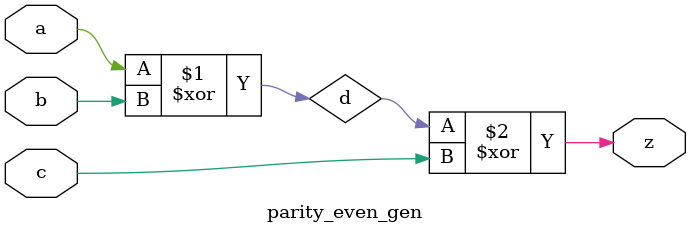
<source format=v>
module parity_even_gen(
  input a, b, c,
  output z);
  
  wire d; // Declare a wire 'd' for intermediate signal
  
  xor(d, a, b); //  XOR gate with inputs 'a' and 'b', output connected to 'd'
  xor(z, d, c); //  XOR gate with inputs 'd' and 'c', output connected to 'z'
  
endmodule

</source>
